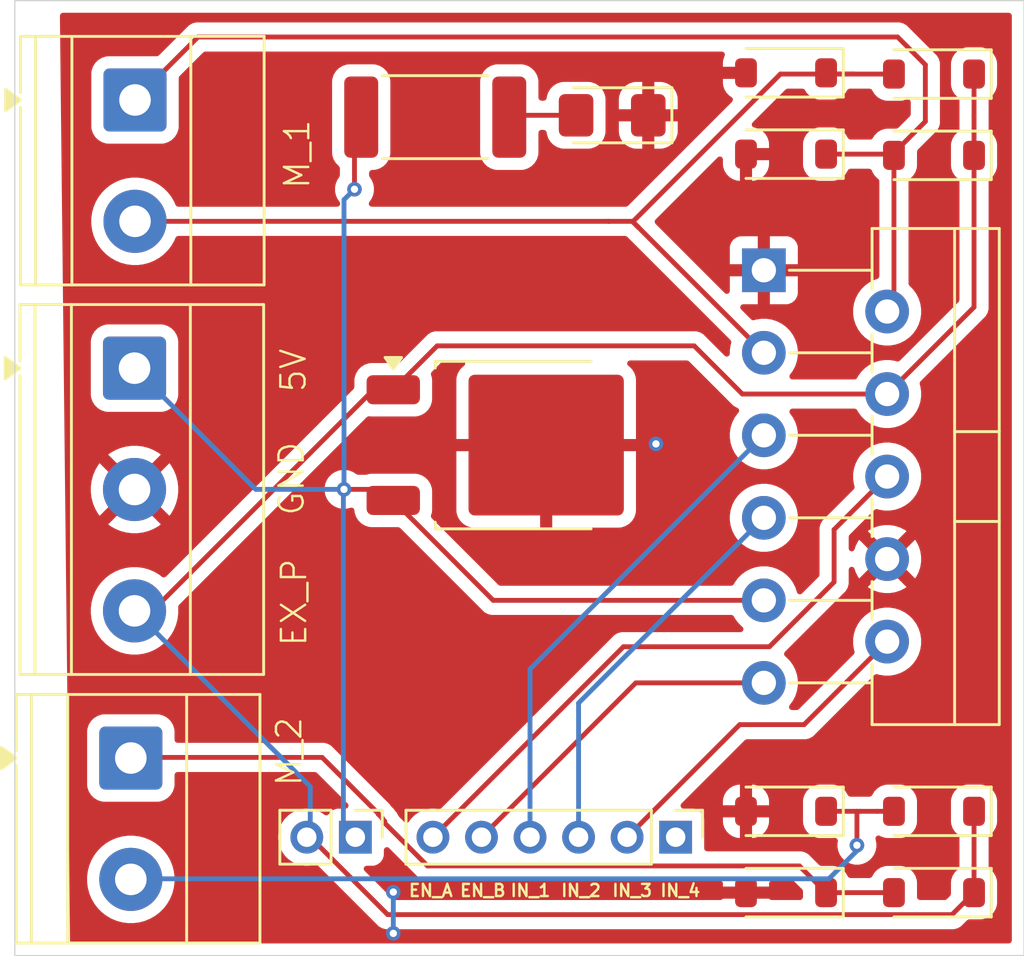
<source format=kicad_pcb>
(kicad_pcb (version 20241229) (generator "pcbnew") (generator_version "9.0")
  (layers (0 "F.Cu" signal) (2 "B.Cu" signal) (13 "F.Paste" user) (15 "B.Paste" user) (5 "F.SilkS" user "F.Silkscreen") (7 "B.SilkS" user "B.Silkscreen") (1 "F.Mask" user) (3 "B.Mask" user) (25 "Edge.Cuts" user))
  (net 0 "")
  (net 1 "OUT_1")
  (net 2 "EX_Power")
  (net 3 "Net-(D2-A)")
  (net 4 "GND")
  (net 5 "OUT_2")
  (net 6 "OUT_3")
  (net 7 "OUT_4")
  (net 8 "5V")
  (net 9 "IN_1")
  (net 10 "IN_2")
  (net 11 "IN_3")
  (net 12 "EN_B")
  (net 13 "EN_A")
  (net 14 "IN_4")
  (footprint "Diode_SMD:D_SOD-123" (layer "F.Cu") (at 154.6098 45.3926 180)
    (property "Reference" "D3" (hide yes))
    (property "Value" "BAV16W" (hide yes))
    (fp_line (start -2.36 1) (end 1.65 1) (stroke (width 0.12)) (layer "F.SilkS"))
    (fp_line (start -2.36 -1) (end 1.65 -1) (stroke (width 0.12)) (layer "F.SilkS"))
    (fp_line (start -2.36 -1) (end -2.36 1) (stroke (width 0.12)) (layer "F.SilkS"))
    (pad "1" smd roundrect (at -1.65 0 180) (size 0.9 1.2) (layers "F.Cu" "F.Mask" "F.Paste") (net 2 "EX_Power"))
    (pad "2" smd roundrect (at 1.65 0 180) (size 0.9 1.2) (layers "F.Cu" "F.Mask" "F.Paste") (net 5 "OUT_2"))
  )
  (footprint "Package_TO_SOT_THT:TO-220-11_P3.4x5.08mm_StaggerOdd_Lead4.58mm_Vertical" (layer "F.Cu") (at 147.5994 53.476 -90)
    (property "Reference" "U1" (hide yes))
    (property "Value" "L298HN" (hide yes))
    (fp_line (start -1.72 -4.459) (end 0.776 -4.459) (stroke (width 0.12)) (layer "F.SilkS"))
    (fp_line (start 0 -4.459) (end 0 -1.05) (stroke (width 0.12)) (layer "F.SilkS"))
    (fp_line (start 2.625 -4.459) (end 4.176 -4.459) (stroke (width 0.12)) (layer "F.SilkS"))
    (fp_line (start 3.4 -4.459) (end 3.4 -1.065) (stroke (width 0.12)) (layer "F.SilkS"))
    (fp_line (start 6.025 -4.459) (end 7.576 -4.459) (stroke (width 0.12)) (layer "F.SilkS"))
    (fp_line (start 6.8 -4.459) (end 6.8 -1.065) (stroke (width 0.12)) (layer "F.SilkS"))
    (fp_line (start 9.425 -4.459) (end 10.976 -4.459) (stroke (width 0.12)) (layer "F.SilkS"))
    (fp_line (start 10.2 -4.459) (end 10.2 -1.065) (stroke (width 0.12)) (layer "F.SilkS"))
    (fp_line (start 12.825 -4.459) (end 14.376 -4.459) (stroke (width 0.12)) (layer "F.SilkS"))
    (fp_line (start 13.6 -4.459) (end 13.6 -1.065) (stroke (width 0.12)) (layer "F.SilkS"))
    (fp_line (start 16.225 -4.459) (end 18.72 -4.459) (stroke (width 0.12)) (layer "F.SilkS"))
    (fp_line (start 17 -4.459) (end 17 -1.065) (stroke (width 0.12)) (layer "F.SilkS"))
    (fp_line (start -1.72 -7.86) (end 18.72 -7.86) (stroke (width 0.12)) (layer "F.SilkS"))
    (fp_line (start -1.72 -9.7) (end -1.72 -4.459) (stroke (width 0.12)) (layer "F.SilkS"))
    (fp_line (start -1.72 -9.7) (end 18.72 -9.7) (stroke (width 0.12)) (layer "F.SilkS"))
    (fp_line (start 6.65 -9.7) (end 6.65 -7.86) (stroke (width 0.12)) (layer "F.SilkS"))
    (fp_line (start 10.35 -9.7) (end 10.35 -7.86) (stroke (width 0.12)) (layer "F.SilkS"))
    (fp_line (start 18.72 -9.7) (end 18.72 -4.459) (stroke (width 0.12)) (layer "F.SilkS"))
    (pad "1" thru_hole rect (at 0 0 270) (size 1.8 1.8) (drill 1) (layers "*.Cu" "*.Mask") (net 4 "GND"))
    (pad "2" thru_hole circle (at 1.7 -5.08 270) (size 1.8 1.8) (drill 1) (layers "*.Cu" "*.Mask") (net 1 "OUT_1"))
    (pad "3" thru_hole circle (at 3.4 0 270) (size 1.8 1.8) (drill 1) (layers "*.Cu" "*.Mask") (net 5 "OUT_2"))
    (pad "4" thru_hole circle (at 5.1 -5.08 270) (size 1.8 1.8) (drill 1) (layers "*.Cu" "*.Mask") (net 2 "EX_Power"))
    (pad "5" thru_hole circle (at 6.8 0 270) (size 1.8 1.8) (drill 1) (layers "*.Cu" "*.Mask") (net 9 "IN_1"))
    (pad "6" thru_hole circle (at 8.5 -5.08 270) (size 1.8 1.8) (drill 1) (layers "*.Cu" "*.Mask") (net 13 "EN_A"))
    (pad "7" thru_hole circle (at 10.2 0 270) (size 1.8 1.8) (drill 1) (layers "*.Cu" "*.Mask") (net 10 "IN_2"))
    (pad "8" thru_hole circle (at 11.9 -5.08 270) (size 1.8 1.8) (drill 1) (layers "*.Cu" "*.Mask") (net 4 "GND"))
    (pad "9" thru_hole circle (at 13.6 0 270) (size 1.8 1.8) (drill 1) (layers "*.Cu" "*.Mask") (net 8 "5V"))
    (pad "10" thru_hole circle (at 15.3 -5.08 270) (size 1.8 1.8) (drill 1) (layers "*.Cu" "*.Mask") (net 11 "IN_3"))
    (pad "11" thru_hole circle (at 17 0 270) (size 1.8 1.8) (drill 1) (layers "*.Cu" "*.Mask") (net 12 "EN_B"))
  )
  (footprint "TerminalBlock_Phoenix:TerminalBlock_Phoenix_MKDS-1,5-2_1x02_P5.00mm_Horizontal" (layer "F.Cu") (at 121.6914 46.4604 -90)
    (property "Reference" "J1" (hide yes))
    (property "Value" "Conn_01x02_Pin" (hide yes))
    (fp_line (start -2.62 4.72) (end -0.3 4.72) (stroke (width 0.12)) (layer "F.SilkS"))
    (fp_line (start 0.3 4.72) (end 7.62 4.72) (stroke (width 0.12)) (layer "F.SilkS"))
    (fp_line (start -2.62 4.1) (end 7.62 4.1) (stroke (width 0.12)) (layer "F.SilkS"))
    (fp_line (start -2.62 2.6) (end 7.62 2.6) (stroke (width 0.12)) (layer "F.SilkS"))
    (fp_line (start -2.62 -2.3) (end 7.62 -2.3) (stroke (width 0.12)) (layer "F.SilkS"))
    (fp_line (start -2.62 -5.32) (end -2.62 4.72) (stroke (width 0.12)) (layer "F.SilkS"))
    (fp_line (start -2.62 -5.32) (end 7.62 -5.32) (stroke (width 0.12)) (layer "F.SilkS"))
    (fp_line (start 7.62 -5.32) (end 7.62 4.72) (stroke (width 0.12)) (layer "F.SilkS"))
    (fp_poly (pts (xy 0 4.72) (xy 0.44 5.33) (xy -0.44 5.33)) (stroke (width 0.12)) (fill yes) (layer "F.SilkS"))
    (pad "1" thru_hole roundrect (at 0 0 270) (size 2.6 2.6) (drill 1.3) (layers "*.Cu" "*.Mask") (roundrect_rratio 0.096154) (net 1 "OUT_1"))
    (pad "2" thru_hole circle (at 5 0 270) (size 2.6 2.6) (drill 1.3) (layers "*.Cu" "*.Mask") (net 5 "OUT_2"))
  )
  (footprint "LED_SMD:LED_1206_3216Metric_Pad1.42x1.75mm_HandSolder" (layer "F.Cu") (at 141.351 47.0916 180)
    (property "Reference" "D2" (hide yes))
    (property "Value" "LED")
    (fp_line (start 1.6 -1.135) (end -2.46 -1.135) (stroke (width 0.12)) (layer "F.SilkS"))
    (fp_line (start -2.46 1.135) (end 1.6 1.135) (stroke (width 0.12)) (layer "F.SilkS"))
    (fp_line (start -2.46 -1.135) (end -2.46 1.135) (stroke (width 0.12)) (layer "F.SilkS"))
    (pad "1" smd roundrect (at -1.4875 0 180) (size 1.425 1.75) (layers "F.Cu" "F.Mask" "F.Paste") (roundrect_rratio 0.175439) (net 4 "GND"))
    (pad "2" smd roundrect (at 1.4875 0 180) (size 1.425 1.75) (layers "F.Cu" "F.Mask" "F.Paste") (roundrect_rratio 0.175439) (net 3 "Net-(D2-A)"))
  )
  (footprint "Connector_PinHeader_2.00mm:PinHeader_1x02_P2.00mm_Vertical" (layer "F.Cu") (at 130.7686 76.835 -90)
    (property "Reference" "J5" (hide yes))
    (property "Value" "Conn_01x02_Pin S" (hide yes))
    (fp_line (start -1.11 3.11) (end 1.11 3.11) (stroke (width 0.12)) (layer "F.SilkS"))
    (fp_line (start -1.11 1) (end -1.11 3.11) (stroke (width 0.12)) (layer "F.SilkS"))
    (fp_line (start -1.11 1) (end 1.11 1) (stroke (width 0.12)) (layer "F.SilkS"))
    (fp_line (start 1.11 1) (end 1.11 3.11) (stroke (width 0.12)) (layer "F.SilkS"))
    (fp_line (start -1.11 0) (end -1.11 -1.11) (stroke (width 0.12)) (layer "F.SilkS"))
    (fp_line (start -1.11 -1.11) (end 0 -1.11) (stroke (width 0.12)) (layer "F.SilkS"))
    (pad "1" thru_hole rect (at 0 0 270) (size 1.35 1.35) (drill 0.8) (layers "*.Cu" "*.Mask") (net 8 "5V"))
    (pad "2" thru_hole circle (at 0 2 270) (size 1.35 1.35) (drill 0.8) (layers "*.Cu" "*.Mask") (net 2 "EX_Power"))
  )
  (footprint "Diode_SMD:D_SOD-123" (layer "F.Cu") (at 154.6098 75.7682 180)
    (property "Reference" "D5" (hide yes))
    (property "Value" "BAV16W" (hide yes))
    (fp_line (start -2.36 1) (end 1.65 1) (stroke (width 0.12)) (layer "F.SilkS"))
    (fp_line (start -2.36 -1) (end 1.65 -1) (stroke (width 0.12)) (layer "F.SilkS"))
    (fp_line (start -2.36 -1) (end -2.36 1) (stroke (width 0.12)) (layer "F.SilkS"))
    (pad "1" smd roundrect (at -1.65 0 180) (size 0.9 1.2) (layers "F.Cu" "F.Mask" "F.Paste") (net 2 "EX_Power"))
    (pad "2" smd roundrect (at 1.65 0 180) (size 0.9 1.2) (layers "F.Cu" "F.Mask" "F.Paste") (net 7 "OUT_4"))
  )
  (footprint "Diode_SMD:D_SOD-123" (layer "F.Cu") (at 154.6098 48.7426 180)
    (property "Reference" "D1" (hide yes))
    (property "Value" "BAV16W" (hide yes))
    (fp_line (start -2.36 1) (end 1.65 1) (stroke (width 0.12)) (layer "F.SilkS"))
    (fp_line (start -2.36 -1) (end 1.65 -1) (stroke (width 0.12)) (layer "F.SilkS"))
    (fp_line (start -2.36 -1) (end -2.36 1) (stroke (width 0.12)) (layer "F.SilkS"))
    (pad "1" smd roundrect (at -1.65 0 180) (size 0.9 1.2) (layers "F.Cu" "F.Mask" "F.Paste") (net 2 "EX_Power"))
    (pad "2" smd roundrect (at 1.65 0 180) (size 0.9 1.2) (layers "F.Cu" "F.Mask" "F.Paste") (net 1 "OUT_1"))
  )
  (footprint "Package_TO_SOT_SMD:TO-252-2" (layer "F.Cu") (at 137.3718 60.6796)
    (property "Reference" "U2" (hide yes))
    (property "Value" "L7805" (hide yes))
    (fp_line (start -3.31 -3.45) (end -3.31 -3.18) (stroke (width 0.12)) (layer "F.SilkS"))
    (fp_line (start -3.31 3.45) (end -3.31 3.18) (stroke (width 0.12)) (layer "F.SilkS"))
    (fp_line (start 3.11 -3.45) (end -3.31 -3.45) (stroke (width 0.12)) (layer "F.SilkS"))
    (fp_line (start 3.11 3.45) (end -3.31 3.45) (stroke (width 0.12)) (layer "F.SilkS"))
    (fp_poly (pts (xy -5.04 -3.14) (xy -5.38 -3.61) (xy -4.7 -3.61)) (stroke (width 0.12)) (fill yes) (layer "F.SilkS"))
    (pad "1" smd roundrect (at -5.04 -2.28) (size 2.2 1.2) (layers "F.Cu" "F.Mask" "F.Paste") (roundrect_rratio 0.208333) (net 2 "EX_Power"))
    (pad "2" smd roundrect (at 1.26 0) (size 6.4 5.8) (layers "F.Cu" "F.Mask") (roundrect_rratio 0.043103) (net 4 "GND"))
    (pad "3" smd roundrect (at -5.04 2.28) (size 2.2 1.2) (layers "F.Cu" "F.Mask" "F.Paste") (roundrect_rratio 0.208333) (net 8 "5V"))
  )
  (footprint "Connector_PinHeader_2.00mm:PinHeader_1x06_P2.00mm_Vertical" (layer "F.Cu") (at 143.9662 76.835 -90)
    (property "Reference" "J3" (hide yes))
    (property "Value" "Conn_01x06_Pin" (hide yes))
    (fp_line (start -1.11 11.11) (end 1.11 11.11) (stroke (width 0.12)) (layer "F.SilkS"))
    (fp_line (start -1.11 1) (end -1.11 11.11) (stroke (width 0.12)) (layer "F.SilkS"))
    (fp_line (start -1.11 1) (end 1.11 1) (stroke (width 0.12)) (layer "F.SilkS"))
    (fp_line (start 1.11 1) (end 1.11 11.11) (stroke (width 0.12)) (layer "F.SilkS"))
    (fp_line (start -1.11 0) (end -1.11 -1.11) (stroke (width 0.12)) (layer "F.SilkS"))
    (fp_line (start -1.11 -1.11) (end 0 -1.11) (stroke (width 0.12)) (layer "F.SilkS"))
    (pad "1" thru_hole rect (at 0 0 270) (size 1.35 1.35) (drill 0.8) (layers "*.Cu" "*.Mask") (net 14 "IN_4"))
    (pad "2" thru_hole circle (at 0 2 270) (size 1.35 1.35) (drill 0.8) (layers "*.Cu" "*.Mask") (net 11 "IN_3"))
    (pad "3" thru_hole circle (at 0 4 270) (size 1.35 1.35) (drill 0.8) (layers "*.Cu" "*.Mask") (net 10 "IN_2"))
    (pad "4" thru_hole circle (at 0 6 270) (size 1.35 1.35) (drill 0.8) (layers "*.Cu" "*.Mask") (net 9 "IN_1"))
    (pad "5" thru_hole circle (at 0 8 270) (size 1.35 1.35) (drill 0.8) (layers "*.Cu" "*.Mask") (net 12 "EN_B"))
    (pad "6" thru_hole circle (at 0 10 270) (size 1.35 1.35) (drill 0.8) (layers "*.Cu" "*.Mask") (net 13 "EN_A"))
  )
  (footprint "Resistor_SMD:R_2512_6332Metric_Pad1.40x3.35mm_HandSolder" (layer "F.Cu") (at 134.0612 47.1678 180)
    (property "Reference" "R1" (hide yes))
    (property "Value" "330" (hide yes))
    (fp_line (start -2.177064 1.71) (end 2.177064 1.71) (stroke (width 0.12)) (layer "F.SilkS"))
    (fp_line (start -2.177064 -1.71) (end 2.177064 -1.71) (stroke (width 0.12)) (layer "F.SilkS"))
    (pad "1" smd roundrect (at -3.05 0 180) (size 1.4 3.35) (layers "F.Cu" "F.Mask" "F.Paste") (roundrect_rratio 0.178571) (net 3 "Net-(D2-A)"))
    (pad "2" smd roundrect (at 3.05 0 180) (size 1.4 3.35) (layers "F.Cu" "F.Mask" "F.Paste") (roundrect_rratio 0.178571) (net 8 "5V"))
  )
  (footprint "TerminalBlock_Phoenix:TerminalBlock_Phoenix_MKDS-1,5-2_1x02_P5.00mm_Horizontal" (layer "F.Cu") (at 121.5189 73.573 -90)
    (property "Reference" "J4" (hide yes))
    (property "Value" "Conn_01x02_Pin" (hide yes))
    (fp_line (start -2.62 4.72) (end -0.3 4.72) (stroke (width 0.12)) (layer "F.SilkS"))
    (fp_line (start 0.3 4.72) (end 7.62 4.72) (stroke (width 0.12)) (layer "F.SilkS"))
    (fp_line (start -2.62 4.1) (end 7.62 4.1) (stroke (width 0.12)) (layer "F.SilkS"))
    (fp_line (start -2.62 2.6) (end 7.62 2.6) (stroke (width 0.12)) (layer "F.SilkS"))
    (fp_line (start -2.62 -2.3) (end 7.62 -2.3) (stroke (width 0.12)) (layer "F.SilkS"))
    (fp_line (start -2.62 -5.32) (end -2.62 4.72) (stroke (width 0.12)) (layer "F.SilkS"))
    (fp_line (start -2.62 -5.32) (end 7.62 -5.32) (stroke (width 0.12)) (layer "F.SilkS"))
    (fp_line (start 7.62 -5.32) (end 7.62 4.72) (stroke (width 0.12)) (layer "F.SilkS"))
    (fp_poly (pts (xy 0 4.72) (xy 0.44 5.33) (xy -0.44 5.33)) (stroke (width 0.12)) (fill yes) (layer "F.SilkS"))
    (pad "1" thru_hole roundrect (at 0 0 270) (size 2.6 2.6) (drill 1.3) (layers "*.Cu" "*.Mask") (roundrect_rratio 0.096154) (net 6 "OUT_3"))
    (pad "2" thru_hole circle (at 5 0 270) (size 2.6 2.6) (drill 1.3) (layers "*.Cu" "*.Mask") (net 7 "OUT_4"))
  )
  (footprint "Diode_SMD:D_SOD-123" (layer "F.Cu") (at 148.5138 45.3418 180)
    (property "Reference" "D7" (hide yes))
    (property "Value" "BAV16W" (hide yes))
    (fp_line (start -2.36 1) (end 1.65 1) (stroke (width 0.12)) (layer "F.SilkS"))
    (fp_line (start -2.36 -1) (end 1.65 -1) (stroke (width 0.12)) (layer "F.SilkS"))
    (fp_line (start -2.36 -1) (end -2.36 1) (stroke (width 0.12)) (layer "F.SilkS"))
    (pad "1" smd roundrect (at -1.65 0 180) (size 0.9 1.2) (layers "F.Cu" "F.Mask" "F.Paste") (net 5 "OUT_2"))
    (pad "2" smd roundrect (at 1.65 0 180) (size 0.9 1.2) (layers "F.Cu" "F.Mask" "F.Paste") (net 4 "GND"))
  )
  (footprint "Diode_SMD:D_SOD-123" (layer "F.Cu") (at 154.6098 79.1182 180)
    (property "Reference" "D4" (hide yes))
    (property "Value" "BAV16W" (hide yes))
    (fp_line (start -2.36 1) (end 1.65 1) (stroke (width 0.12)) (layer "F.SilkS"))
    (fp_line (start -2.36 -1) (end 1.65 -1) (stroke (width 0.12)) (layer "F.SilkS"))
    (fp_line (start -2.36 -1) (end -2.36 1) (stroke (width 0.12)) (layer "F.SilkS"))
    (pad "1" smd roundrect (at -1.65 0 180) (size 0.9 1.2) (layers "F.Cu" "F.Mask" "F.Paste") (net 2 "EX_Power"))
    (pad "2" smd roundrect (at 1.65 0 180) (size 0.9 1.2) (layers "F.Cu" "F.Mask" "F.Paste") (net 6 "OUT_3"))
  )
  (footprint "Diode_SMD:D_SOD-123" (layer "F.Cu") (at 148.5138 48.6918 180)
    (property "Reference" "D6" (hide yes))
    (property "Value" "BAV16W" (hide yes))
    (fp_line (start -2.36 1) (end 1.65 1) (stroke (width 0.12)) (layer "F.SilkS"))
    (fp_line (start -2.36 -1) (end 1.65 -1) (stroke (width 0.12)) (layer "F.SilkS"))
    (fp_line (start -2.36 -1) (end -2.36 1) (stroke (width 0.12)) (layer "F.SilkS"))
    (pad "1" smd roundrect (at -1.65 0 180) (size 0.9 1.2) (layers "F.Cu" "F.Mask" "F.Paste") (net 1 "OUT_1"))
    (pad "2" smd roundrect (at 1.65 0 180) (size 0.9 1.2) (layers "F.Cu" "F.Mask" "F.Paste") (net 4 "GND"))
  )
  (footprint "Diode_SMD:D_SOD-123" (layer "F.Cu") (at 148.5138 79.1182 180)
    (property "Reference" "D8" (hide yes))
    (property "Value" "BAV16W" (hide yes))
    (fp_line (start -2.36 1) (end 1.65 1) (stroke (width 0.12)) (layer "F.SilkS"))
    (fp_line (start -2.36 -1) (end 1.65 -1) (stroke (width 0.12)) (layer "F.SilkS"))
    (fp_line (start -2.36 -1) (end -2.36 1) (stroke (width 0.12)) (layer "F.SilkS"))
    (pad "1" smd roundrect (at -1.65 0 180) (size 0.9 1.2) (layers "F.Cu" "F.Mask" "F.Paste") (net 6 "OUT_3"))
    (pad "2" smd roundrect (at 1.65 0 180) (size 0.9 1.2) (layers "F.Cu" "F.Mask" "F.Paste") (net 4 "GND"))
  )
  (footprint "Diode_SMD:D_SOD-123" (layer "F.Cu") (at 148.5138 75.7682 180)
    (property "Reference" "D9" (hide yes))
    (property "Value" "BAV16W" (hide yes))
    (fp_line (start -2.36 1) (end 1.65 1) (stroke (width 0.12)) (layer "F.SilkS"))
    (fp_line (start -2.36 -1) (end 1.65 -1) (stroke (width 0.12)) (layer "F.SilkS"))
    (fp_line (start -2.36 -1) (end -2.36 1) (stroke (width 0.12)) (layer "F.SilkS"))
    (pad "1" smd roundrect (at -1.65 0 180) (size 0.9 1.2) (layers "F.Cu" "F.Mask" "F.Paste") (net 7 "OUT_4"))
    (pad "2" smd roundrect (at 1.65 0 180) (size 0.9 1.2) (layers "F.Cu" "F.Mask" "F.Paste") (net 4 "GND"))
  )
  (footprint "TerminalBlock_Phoenix:TerminalBlock_Phoenix_MKDS-1,5-3_1x03_P5.00mm_Horizontal" (layer "F.Cu") (at 121.6713 57.5094 -90)
    (property "Reference" "J2" (hide yes))
    (property "Value" "Conn_01x03_Pin" (hide yes))
    (fp_line (start -2.62 4.72) (end -0.3 4.72) (stroke (width 0.12)) (layer "F.SilkS"))
    (fp_line (start 0.3 4.72) (end 12.62 4.72) (stroke (width 0.12)) (layer "F.SilkS"))
    (fp_line (start -2.62 4.1) (end 12.62 4.1) (stroke (width 0.12)) (layer "F.SilkS"))
    (fp_line (start -2.62 2.6) (end 12.62 2.6) (stroke (width 0.12)) (layer "F.SilkS"))
    (fp_line (start -2.62 -2.3) (end 12.62 -2.3) (stroke (width 0.12)) (layer "F.SilkS"))
    (fp_line (start -2.62 -5.32) (end -2.62 4.72) (stroke (width 0.12)) (layer "F.SilkS"))
    (fp_line (start -2.62 -5.32) (end 12.62 -5.32) (stroke (width 0.12)) (layer "F.SilkS"))
    (fp_line (start 12.62 -5.32) (end 12.62 4.72) (stroke (width 0.12)) (layer "F.SilkS"))
    (fp_poly (pts (xy 0 4.72) (xy 0.44 5.33) (xy -0.44 5.33)) (stroke (width 0.12)) (fill yes) (layer "F.SilkS"))
    (pad "1" thru_hole roundrect (at 0 0 270) (size 2.6 2.6) (drill 1.3) (layers "*.Cu" "*.Mask") (roundrect_rratio 0.096154) (net 8 "5V"))
    (pad "2" thru_hole circle (at 5 0 270) (size 2.6 2.6) (drill 1.3) (layers "*.Cu" "*.Mask") (net 4 "GND"))
    (pad "3" thru_hole circle (at 10 0 270) (size 2.6 2.6) (drill 1.3) (layers "*.Cu" "*.Mask") (net 2 "EX_Power"))
  )
  (gr_rect (start 116.7384 42.3672) (end 158.3182 81.7118) (stroke (width 0.05)) (fill no) (layer "Edge.Cuts"))
  (gr_text "IN_4" (at 143.2814 79.3242 0) (layer "F.SilkS") (effects (font (size 0.5 0.5) (thickness 0.1)) (justify left bottom)))
  (gr_text "M_2" (at 128.6256 74.803 90) (layer "F.SilkS") (effects (font (size 1 1) (thickness 0.1)) (justify left bottom)))
  (gr_text "EN_A" (at 132.9182 79.3242 0) (layer "F.SilkS") (effects (font (size 0.5 0.5) (thickness 0.1)) (justify left bottom)))
  (gr_text "EX_P" (at 128.8288 69.0372 90) (layer "F.SilkS") (effects (font (size 1 1) (thickness 0.1)) (justify left bottom)))
  (gr_text "EN_B" (at 135.0264 79.3242 0) (layer "F.SilkS") (effects (font (size 0.5 0.5) (thickness 0.1)) (justify left bottom)))
  (gr_text "IN_1" (at 137.1092 79.3242 0) (layer "F.SilkS") (effects (font (size 0.5 0.5) (thickness 0.1)) (justify left bottom)))
  (gr_text "GND" (at 128.7272 63.6524 90) (layer "F.SilkS") (effects (font (size 1 1) (thickness 0.1)) (justify left bottom)))
  (gr_text "5V" (at 128.8034 58.5724 90) (layer "F.SilkS") (effects (font (size 1 1) (thickness 0.1)) (justify left bottom)))
  (gr_text "M_1" (at 128.9558 50.1904 90) (layer "F.SilkS") (effects (font (size 1 1) (thickness 0.1)) (justify left bottom)))
  (gr_text "IN_2\n" (at 139.192 79.3242 0) (layer "F.SilkS") (effects (font (size 0.5 0.5) (thickness 0.1)) (justify left bottom)))
  (gr_text "IN_3" (at 141.3002 79.3242 0) (layer "F.SilkS") (effects (font (size 0.5 0.5) (thickness 0.1)) (justify left bottom)))
  (segment (start 121.6914 46.4604) (end 124.286 43.8658) (width 0.2) (layer "F.Cu") (net 1))
  (segment (start 154.2542 47.3466) (end 152.909 48.6918) (width 0.2) (layer "F.Cu") (net 1))
  (segment (start 153.1112 43.8658) (end 154.2542 45.0088) (width 0.2) (layer "F.Cu") (net 1))
  (segment (start 124.286 43.8658) (end 153.1112 43.8658) (width 0.2) (layer "F.Cu") (net 1))
  (segment (start 154.2542 45.0088) (end 154.2542 47.3466) (width 0.2) (layer "F.Cu") (net 1))
  (segment (start 150.1638 48.6918) (end 152.909 48.6918) (width 0.2) (layer "F.Cu") (net 1))
  (segment (start 152.9598 48.7426) (end 152.9598 54.8956) (width 0.2) (layer "F.Cu") (net 1))
  (segment (start 152.909 48.6918) (end 152.9598 48.7426) (width 0.2) (layer "F.Cu") (net 1))
  (segment (start 152.9598 54.8956) (end 152.6794 55.176) (width 0.2) (layer "F.Cu") (net 1))
  (segment (start 155.3538 80.0242) (end 132.1008 80.0242) (width 0.2) (layer "F.Cu") (net 2))
  (segment (start 132.1008 80.0242) (end 128.9116 76.835) (width 0.2) (layer "F.Cu") (net 2))
  (segment (start 156.2598 79.1182) (end 155.3538 80.0242) (width 0.2) (layer "F.Cu") (net 2))
  (segment (start 132.3318 58.3996) (end 131.5162 58.3996) (width 0.2) (layer "F.Cu") (net 2))
  (segment (start 122.4064 67.5094) (end 121.6713 67.5094) (width 0.2) (layer "F.Cu") (net 2))
  (segment (start 131.5162 58.3996) (end 122.4064 67.5094) (width 0.2) (layer "F.Cu") (net 2))
  (segment (start 132.3318 58.3996) (end 134.1402 56.5912) (width 0.2) (layer "F.Cu") (net 2))
  (segment (start 156.2598 47.0676) (end 156.2598 45.3926) (width 0.2) (layer "F.Cu") (net 2))
  (segment (start 134.1402 56.5912) (end 144.7292 56.5912) (width 0.2) (layer "F.Cu") (net 2))
  (segment (start 156.2598 77.9986) (end 156.2598 78.0399) (width 0.2) (layer "F.Cu") (net 2))
  (segment (start 156.2598 75.7682) (end 156.2598 77.9986) (width 0.2) (layer "F.Cu") (net 2))
  (segment (start 156.2598 78.1747) (end 156.2598 79.1182) (width 0.2) (layer "F.Cu") (net 2))
  (segment (start 156.2598 48.7426) (end 156.2598 54.9956) (width 0.2) (layer "F.Cu") (net 2))
  (segment (start 146.714 58.576) (end 152.6794 58.576) (width 0.2) (layer "F.Cu") (net 2))
  (segment (start 156.2598 47.8088) (end 156.2598 47.1089) (width 0.2) (layer "F.Cu") (net 2))
  (segment (start 156.2598 47.1089) (end 156.2598 47.0676) (width 0.2) (layer "F.Cu") (net 2))
  (segment (start 156.2598 48.7426) (end 156.2598 47.8088) (width 0.2) (layer "F.Cu") (net 2))
  (segment (start 144.7292 56.5912) (end 146.714 58.576) (width 0.2) (layer "F.Cu") (net 2))
  (segment (start 156.2598 78.0399) (end 156.2598 78.1747) (width 0.2) (layer "F.Cu") (net 2))
  (segment (start 156.2598 54.9956) (end 152.6794 58.576) (width 0.2) (layer "F.Cu") (net 2))
  (segment (start 128.9116 76.835) (end 128.9116 74.7497) (width 0.2) (layer "B.Cu") (net 2))
  (segment (start 128.9116 74.7497) (end 121.6713 67.5094) (width 0.2) (layer "B.Cu") (net 2))
  (segment (start 139.8635 47.0916) (end 137.1874 47.0916) (width 0.2) (layer "F.Cu") (net 3))
  (segment (start 137.1874 47.0916) (end 137.1112 47.1678) (width 0.2) (layer "F.Cu") (net 3))
  (segment (start 138.6318 60.6796) (end 143.1046 60.6796) (width 0.2) (layer "F.Cu") (net 4))
  (segment (start 143.1046 60.6796) (end 143.1544 60.6298) (width 0.2) (layer "F.Cu") (net 4))
  (via (at 132.334 79.0956) (size 0.6) (drill 0.3) (layers "F.Cu" "B.Cu") (net 4))
  (via (at 132.334 80.7974) (size 0.6) (drill 0.3) (layers "F.Cu" "B.Cu") (net 4))
  (via (at 143.1544 60.6298) (size 0.6) (drill 0.3) (layers "F.Cu" "B.Cu") (net 4))
  (segment (start 132.334 79.0956) (end 132.334 80.7974) (width 0.2) (layer "B.Cu") (net 4))
  (segment (start 151.3084 45.3926) (end 148.2824 45.3926) (width 0.2) (layer "F.Cu") (net 5))
  (segment (start 142.1838 51.4604) (end 142.4352 51.7118) (width 0.2) (layer "F.Cu") (net 5))
  (segment (start 121.6914 51.4604) (end 141.1891 51.4604) (width 0.2) (layer "F.Cu") (net 5))
  (segment (start 141.2304 51.4604) (end 142.1838 51.4604) (width 0.2) (layer "F.Cu") (net 5))
  (segment (start 142.4352 51.7118) (end 147.5994 56.876) (width 0.2) (layer "F.Cu") (net 5))
  (segment (start 148.2824 45.3926) (end 142.1992 51.4758) (width 0.2) (layer "F.Cu") (net 5))
  (segment (start 142.1992 51.4758) (end 142.4352 51.7118) (width 0.2) (layer "F.Cu") (net 5))
  (segment (start 150.2146 45.3926) (end 150.1638 45.3418) (width 0.2) (layer "F.Cu") (net 5))
  (segment (start 151.3084 45.3926) (end 150.2146 45.3926) (width 0.2) (layer "F.Cu") (net 5))
  (segment (start 152.9598 45.3926) (end 151.3084 45.3926) (width 0.2) (layer "F.Cu") (net 5))
  (segment (start 141.1891 51.4604) (end 141.2304 51.4604) (width 0.2) (layer "F.Cu") (net 5))
  (segment (start 131.9784 76.2508) (end 133.7468 78.0192) (width 0.2) (layer "F.Cu") (net 6))
  (segment (start 149.0648 78.0192) (end 150.1638 79.1182) (width 0.2) (layer "F.Cu") (net 6))
  (segment (start 131.8876 76.0584) (end 131.8876 76.0838) (width 0.2) (layer "F.Cu") (net 6))
  (segment (start 131.8876 76.0838) (end 131.9784 76.1746) (width 0.2) (layer "F.Cu") (net 6))
  (segment (start 133.7468 78.0192) (end 149.0648 78.0192) (width 0.2) (layer "F.Cu") (net 6))
  (segment (start 129.4022 73.5476) (end 131.7136 75.859) (width 0.2) (layer "F.Cu") (net 6))
  (segment (start 150.1638 79.1182) (end 152.9598 79.1182) (width 0.2) (layer "F.Cu") (net 6))
  (segment (start 131.9784 76.1746) (end 131.9784 76.2508) (width 0.2) (layer "F.Cu") (net 6))
  (segment (start 131.7136 75.859) (end 131.7136 75.8844) (width 0.2) (layer "F.Cu") (net 6))
  (segment (start 131.7136 75.8844) (end 131.8876 76.0584) (width 0.2) (layer "F.Cu") (net 6))
  (segment (start 121.6459 73.5476) (end 129.4022 73.5476) (width 0.2) (layer "F.Cu") (net 6))
  (segment (start 152.9544 75.7682) (end 152.9489 75.7682) (width 0.2) (layer "F.Cu") (net 7))
  (segment (start 152.6103 75.7682) (end 152.2608 75.7682) (width 0.2) (layer "F.Cu") (net 7))
  (segment (start 152.9598 75.7682) (end 152.9597 75.7682) (width 0.2) (layer "F.Cu") (net 7))
  (segment (start 151.4348 75.7682) (end 150.1638 75.7682) (width 0.2) (layer "F.Cu") (net 7))
  (segment (start 151.5618 75.7682) (end 151.4348 75.7682) (width 0.2) (layer "F.Cu") (net 7))
  (segment (start 152.9571 75.7682) (end 152.9544 75.7682) (width 0.2) (layer "F.Cu") (net 7))
  (segment (start 152.9592 75.7682) (end 152.9585 75.7682) (width 0.2) (layer "F.Cu") (net 7))
  (segment (start 152.9585 75.7682) (end 152.9571 75.7682) (width 0.2) (layer "F.Cu") (net 7))
  (segment (start 151.4348 77.1652) (end 151.4348 75.7682) (width 0.2) (layer "F.Cu") (net 7))
  (segment (start 152.7851 75.7682) (end 152.6103 75.7682) (width 0.2) (layer "F.Cu") (net 7))
  (segment (start 152.2608 75.7682) (end 151.5618 75.7682) (width 0.2) (layer "F.Cu") (net 7))
  (segment (start 152.9595 75.7682) (end 152.9592 75.7682) (width 0.2) (layer "F.Cu") (net 7))
  (segment (start 152.9489 75.7682) (end 152.938 75.7682) (width 0.2) (layer "F.Cu") (net 7))
  (segment (start 152.938 75.7682) (end 152.9162 75.7682) (width 0.2) (layer "F.Cu") (net 7))
  (segment (start 152.8725 75.7682) (end 152.7851 75.7682) (width 0.2) (layer "F.Cu") (net 7))
  (segment (start 152.9162 75.7682) (end 152.8725 75.7682) (width 0.2) (layer "F.Cu") (net 7))
  (segment (start 152.9597 75.7682) (end 152.9595 75.7682) (width 0.2) (layer "F.Cu") (net 7))
  (via (at 151.4348 77.1652) (size 0.6) (drill 0.3) (layers "F.Cu" "B.Cu") (net 7))
  (segment (start 150.368 78.4606) (end 151.4348 77.3938) (width 0.2) (layer "B.Cu") (net 7))
  (segment (start 121.6459 78.5476) (end 150.281 78.5476) (width 0.2) (layer "B.Cu") (net 7))
  (segment (start 151.4348 77.3938) (end 151.4348 77.1652) (width 0.2) (layer "B.Cu") (net 7))
  (segment (start 150.281 78.5476) (end 150.368 78.4606) (width 0.2) (layer "B.Cu") (net 7))
  (segment (start 130.7338 50.1396) (end 130.7338 48.0139) (width 0.2) (layer "F.Cu") (net 8))
  (segment (start 131.8756 62.5034) (end 132.3318 62.9596) (width 0.2) (layer "F.Cu") (net 8))
  (segment (start 131.6013 47.7579) (end 131.0112 47.1678) (width 0.2) (layer "F.Cu") (net 8))
  (segment (start 147.5994 67.076) (end 136.4482 67.076) (width 0.2) (layer "F.Cu") (net 8))
  (segment (start 130.7338 48.0139) (end 130.4778 47.7579) (width 0.2) (layer "F.Cu") (net 8))
  (segment (start 136.4482 67.076) (end 132.3318 62.9596) (width 0.2) (layer "F.Cu") (net 8))
  (segment (start 130.302 62.5034) (end 131.8756 62.5034) (width 0.2) (layer "F.Cu") (net 8))
  (via (at 130.302 62.5034) (size 0.6) (drill 0.3) (layers "F.Cu" "B.Cu") (net 8))
  (via (at 130.7338 50.1396) (size 0.6) (drill 0.3) (layers "F.Cu" "B.Cu") (net 8))
  (segment (start 130.302 62.5034) (end 130.302 50.5714) (width 0.2) (layer "B.Cu") (net 8))
  (segment (start 126.6653 62.5034) (end 121.6713 57.5094) (width 0.2) (layer "B.Cu") (net 8))
  (segment (start 130.302 62.5034) (end 130.2766 62.5034) (width 0.2) (layer "B.Cu") (net 8))
  (segment (start 130.302 50.5714) (end 130.7338 50.1396) (width 0.2) (layer "B.Cu") (net 8))
  (segment (start 130.2766 62.5034) (end 130.2766 76.2) (width 0.2) (layer "B.Cu") (net 8))
  (segment (start 130.302 62.5034) (end 126.6653 62.5034) (width 0.2) (layer "B.Cu") (net 8))
  (segment (start 130.2766 76.2) (end 130.9116 76.835) (width 0.2) (layer "B.Cu") (net 8))
  (segment (start 147.5994 60.276) (end 137.9662 69.9092) (width 0.2) (layer "B.Cu") (net 9))
  (segment (start 137.9662 69.9092) (end 137.9662 76.835) (width 0.2) (layer "B.Cu") (net 9))
  (segment (start 147.5994 63.676) (end 139.9662 71.3092) (width 0.2) (layer "B.Cu") (net 10))
  (segment (start 139.9662 71.3092) (end 139.9662 76.835) (width 0.2) (layer "B.Cu") (net 10))
  (segment (start 141.9662 76.835) (end 146.6043 72.1969) (width 0.2) (layer "F.Cu") (net 11))
  (segment (start 149.2585 72.1969) (end 152.6794 68.776) (width 0.2) (layer "F.Cu") (net 11))
  (segment (start 146.6043 72.1969) (end 149.2585 72.1969) (width 0.2) (layer "F.Cu") (net 11))
  (segment (start 135.9662 76.835) (end 142.3252 70.476) (width 0.2) (layer "F.Cu") (net 12))
  (segment (start 142.3252 70.476) (end 147.5994 70.476) (width 0.2) (layer "F.Cu") (net 12))
  (segment (start 150.495 64.1604) (end 150.495 66.3194) (width 0.2) (layer "F.Cu") (net 13))
  (segment (start 147.828 68.9864) (end 141.8148 68.9864) (width 0.2) (layer "F.Cu") (net 13))
  (segment (start 152.6794 61.976) (end 150.495 64.1604) (width 0.2) (layer "F.Cu") (net 13))
  (segment (start 141.8148 68.9864) (end 133.9662 76.835) (width 0.2) (layer "F.Cu") (net 13))
  (segment (start 150.495 66.3194) (end 147.828 68.9864) (width 0.2) (layer "F.Cu") (net 13))
  (zone (net 4) (net_name "GND") (layer "F.Cu") (connect_pads (clearance 0.5)) (min_thickness 0.25) (fill yes (thermal_gap 0.5) (thermal_bridge_width 0.5))
    (polygon (pts (xy 158.112411 81.273454) (xy 158.089793 42.3414) (xy 118.595713 42.83057) (xy 119.017026 81.453736)))
  )
)
</source>
